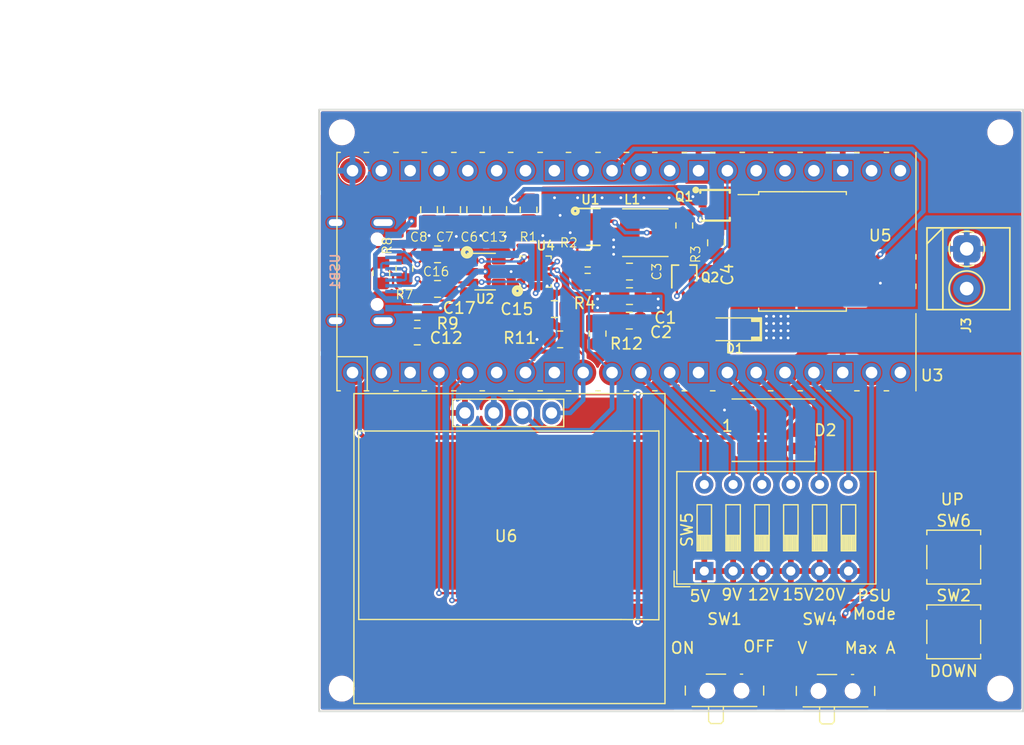
<source format=kicad_pcb>
(kicad_pcb (version 20221018) (generator pcbnew)
  (layers (0 "F.Cu" signal) (31 "B.Cu" signal) (34 "B.Paste" user) (35 "F.Paste" user) (36 "B.SilkS" user "B.Silkscreen") (37 "F.SilkS" user "F.Silkscreen") (38 "B.Mask" user) (39 "F.Mask" user) (44 "Edge.Cuts" user))
  (net 0 "")
  (net 1 "GND")
  (net 2 "/CC1")
  (net 3 "/CC2")
  (net 4 "/SHIELD")
  (net 5 "/D1_N")
  (net 6 "/D_N")
  (net 7 "+5V")
  (net 8 "VBUS")
  (net 9 "ENOUT")
  (net 10 "SDA")
  (net 11 "SCL")
  (net 13 "Net-(D2-DIN)")
  (net 14 "/SW1")
  (net 15 "/D1_P")
  (net 16 "Net-(Q1-G)")
  (net 17 "Net-(Q2-C)")
  (net 18 "Net-(U1-FB)")
  (net 19 "/D_P")
  (net 20 "/OUT")
  (net 21 "Net-(SW1A-B)")
  (net 22 "Net-(U3-GPIO3)")
  (net 23 "Net-(SW4A-B)")
  (net 24 "Net-(U3-GPIO2)")
  (net 25 "ENPSU")
  (net 26 "EN20V")
  (net 27 "EN15V")
  (net 28 "EN12V")
  (net 29 "EN9V")
  (net 30 "EN5V")
  (net 31 "INT_N")
  (net 33 "unconnected-(U3-GPIO1-Pad2)")
  (net 34 "Net-(U3-GPIO15)")
  (net 41 "ADC0")
  (net 49 "/HALL_IN")
  (footprint "-Passive:L_4012" (layer "F.Cu") (at 203.735 97.841 180)
    (fp_text reference "L1")
    (fp_text value "10uH")
  )
  (footprint "Capacitor_SMD:C_0805_2012Metric" (layer "F.Cu") (at 202.338 103.429)
    (fp_text reference "C1")
    (fp_text value "10uF")
  )
  (footprint "-Chip:WQFN-14-1EP_2.5x2.5mm_P0.5mm_EP1.45x1.45mm" (layer "F.Cu") (at 194.069 101.27)
    (fp_text reference "U4")
    (fp_text value "FUSB302BMPX")
  )
  (footprint "Capacitor_SMD:C_0805_2012Metric" (layer "F.Cu") (at 185.433 99.746 180)
    (fp_text reference "C16")
    (fp_text value "330pF")
  )
  (footprint "LED_SMD:LED_WS2812B_PLCC4_5.0x5.0mm_P3.2mm" (layer "F.Cu") (at 215.024 115.24)
    (fp_text reference "D2")
    (fp_text value "WS2812B")
  )
  (footprint "-Discrete:D_SOD-123" (layer "F.Cu") (at 211.609 106.35 180)
    (fp_text reference "D1")
    (fp_text value "SMF22A")
  )
  (footprint "Capacitor_SMD:C_0805_2012Metric" (layer "F.Cu") (at 184.685 95.809 90)
    (fp_text reference "C8")
    (fp_text value "1uF 50V")
  )
  (footprint "-Chip:SOT-23-6" (layer "F.Cu") (at 189.624 101.27 180)
    (fp_text reference "U2")
    (fp_text value "SRV05-4")
  )
  (footprint "Capacitor_SMD:C_0805_2012Metric" (layer "F.Cu") (at 185.433 102.794 180)
    (fp_text reference "C17")
    (fp_text value "330pF")
  )
  (footprint "Button_Switch_THT:SW_DIP_SPSTx06_Slide_9.78x17.42mm_W7.62mm_P2.54mm" (layer "F.Cu") (at 208.928 127.6435 90)
    (fp_text reference "SW5")
    (fp_text value "SW_DIP_x06")
  )
  (footprint "Capacitor_SMD:C_0805_2012Metric" (layer "F.Cu") (at 195.72 104.572)
    (fp_text reference "C15")
    (fp_text value "0.1uF")
  )
  (footprint "-Hole:D1_8_PAD" (layer "F.Cu") (at 235 138)
    (fp_text reference "H2" hide)
    (fp_text value "MountingHole")
  )
  (footprint "Capacitor_SMD:C_0805_2012Metric" (layer "F.Cu") (at 186.717 95.809 90)
    (fp_text reference "C7")
    (fp_text value "1uF 50V")
  )
  (footprint "Capacitor_SMD:C_0805_2012Metric" (layer "F.Cu") (at 190.781 95.809 90)
    (fp_text reference "C13")
    (fp_text value "0.1uF")
  )
  (footprint "-Discrete:SOT-323_SC-70" (layer "F.Cu") (at 207.164 101.397 90)
    (fp_text reference "Q2")
    (fp_text value "DTC143E")
  )
  (footprint "Resistor_SMD:R_0805_2012Metric" (layer "F.Cu") (at 180.48 101.397 -90)
    (fp_text reference "R8")
    (fp_text value "22R")
  )
  (footprint "-Hole:D1_8_PAD" (layer "F.Cu") (at 235 89)
    (fp_text reference "H1" hide)
    (fp_text value "MountingHole")
  )
  (footprint "Resistor_SMD:R_0805_2012Metric" (layer "F.Cu") (at 196.228 107.239)
    (fp_text reference "R11")
    (fp_text value "2k")
  )
  (footprint "Capacitor_SMD:C_0805_2012Metric" (layer "F.Cu") (at 188.749 95.809 90)
    (fp_text reference "C6")
    (fp_text value "1uF 50V")
  )
  (footprint "Capacitor_SMD:C_0805_2012Metric" (layer "F.Cu") (at 183.6455 106.985)
    (fp_text reference "C12")
    (fp_text value "10nF")
  )
  (footprint "-Chip:WSON-10-1EP_2x3mm_P0.5mm_EP0.84x2.4mm" (layer "F.Cu") (at 199.163 97.333)
    (fp_text reference "U1")
    (fp_text value "TPS62175DQC")
  )
  (footprint "Capacitor_SMD:C_0805_2012Metric" (layer "F.Cu") (at 209.958 98.73 -90)
    (fp_text reference "C4")
    (fp_text value "1uF 50V")
  )
  (footprint "Resistor_SMD:R_0805_2012Metric" (layer "F.Cu") (at 199.53 106.731 -90)
    (fp_text reference "R12")
    (fp_text value "2k")
  )
  (footprint "Capacitor_SMD:C_0805_2012Metric" (layer "F.Cu") (at 202.338 101.27)
    (fp_text reference "C3")
    (fp_text value "10uF")
  )
  (footprint "Resistor_SMD:R_0805_2012Metric" (layer "F.Cu") (at 182.512 101.016 -90)
    (fp_text reference "R7")
    (fp_text value "22R")
  )
  (footprint "Resistor_SMD:R_0805_2012Metric" (layer "F.Cu") (at 198.655 102.159)
    (fp_text reference "R4")
    (fp_text value "51k")
  )
  (footprint "Button_Switch_SMD:SW_SPDT_PCM12" (layer "F.Cu") (at 220.485 137.879)
    (fp_text reference "SW4")
    (fp_text value "SW_DPST_x2")
  )
  (footprint "Resistor_SMD:R_0805_2012Metric" (layer "F.Cu") (at 193.448 95.809 90)
    (fp_text reference "R1")
    (fp_text value "10k")
  )
  (footprint "Package_SO:SOIC-16W_7.5x10.3mm_P1.27mm" (layer "F.Cu") (at 217.578 99.492)
    (fp_text reference "U5")
    (fp_text value "ACS723xMATR-10AB")
  )
  (footprint "Resistor_SMD:R_0805_2012Metric" (layer "F.Cu") (at 183.6455 104.826)
    (fp_text reference "R9")
    (fp_text value "10k")
  )
  (footprint "Button_Switch_SMD:SW_SPST_TL3305B" (layer "F.Cu") (at 230.899 126.416)
    (fp_text reference "SW6")
    (fp_text value "SW_Push")
  )
  (footprint "-Hole:D1_8_PAD" (layer "F.Cu") (at 177 89)
    (fp_text reference "H3" hide)
    (fp_text value "MountingHole")
  )
  (footprint "-Hole:D1_8_PAD" (layer "F.Cu") (at 177 138)
    (fp_text reference "H4" hide)
    (fp_text value "MountingHole")
  )
  (footprint "Resistor_SMD:R_0805_2012Metric" (layer "F.Cu") (at 198.655 100.127 180)
    (fp_text reference "R2")
    (fp_text value "270k")
  )
  (footprint "Resistor_SMD:R_0805_2012Metric" (layer "F.Cu") (at 207.164 97.206 -90)
    (fp_text reference "R3")
    (fp_text value "1k")
  )
  (footprint "MCU_RaspberryPi_and_Boards:RPi_Pico_SMD_TH" (layer "F.Cu") (at 202.07 101.27 90)
    (fp_text reference "U3")
    (fp_text value "Pico")
  )
  (footprint "Button_Switch_SMD:SW_SPDT_PCM12" (layer "F.Cu") (at 210.706 137.846)
    (fp_text reference "SW1")
    (fp_text value "SW_DPST_x2")
  )
  (footprint "Capacitor_SMD:C_0805_2012Metric" (layer "F.Cu") (at 202.324 105.588)
    (fp_text reference "C2")
    (fp_text value "10uF")
  )
  (footprint "Button_Switch_SMD:SW_SPST_TL3305B" (layer "F.Cu") (at 230.899 133)
    (fp_text reference "SW2")
    (fp_text value "SW_Push")
  )
  (footprint "-Chip:DFN-2523-6" (layer "F.Cu") (at 209.875 95.428)
    (fp_text reference "Q1")
    (fp_text value "DMP3017SFK" hide)
  )
  (footprint "SSD1306:128x64OLED" (layer "F.Cu") (at 191.466 124.316)
    (fp_text reference "U6")
    (fp_text value "oledSym")
  )
  (footprint "-Connector:TerminalBlock_3.5mm_2P" (layer "F.Cu") (at 232.042 101.016 -90)
    (fp_text reference "J3")
    (fp_text value "Conn_01x02")
  )
  (footprint "-Connector:HRO-TYPE-C-31-M-12" (layer "B.Cu") (at 173.855 101.27 90)
    (fp_text reference "USB1")
    (fp_text value "HRO-TYPE-C-31-M-12")
  )
  (gr_poly (pts (xy 237 140) (xy 175 140) (xy 175 110) (xy 175 109.504) (xy 175 94.264) (xy 175 93.264) (xy 175 87) (xy 237 87)) (stroke (width 0.15)) (fill none) (layer "Edge.Cuts"))
  (gr_text "15V" (at 217.183 129.718) (layer "F.SilkS") (effects (font (size 1 1))))
  (gr_text "UP" (at 230.772 121.336) (layer "F.SilkS") (effects (font (size 1 1))))
  (gr_text "PSU\nMode" (at 223.914 130.607) (layer "F.SilkS") (effects (font (size 1 1))))
  (gr_text "12V" (at 214.135 129.718) (layer "F.SilkS") (effects (font (size 1 1))))
  (gr_text "9V" (at 211.341 129.718) (layer "F.SilkS") (effects (font (size 1 1))))
  (gr_text "5V" (at 208.547 129.845) (layer "F.SilkS") (effects (font (size 1 1))))
  (gr_text "20V" (at 219.977 129.718) (layer "F.SilkS") (effects (font (size 1 1))))
  (gr_text "DOWN" (at 230.899 136.449) (layer "F.SilkS") (effects (font (size 1 1))))
  (gr_text "OFF" (at 213.754 134.29) (layer "F.SilkS") (effects (font (size 1 1))))
  (gr_text "V" (at 217.564 134.417) (layer "F.SilkS") (effects (font (size 1 1))))
  (gr_text "Max A" (at 223.533 134.417) (layer "F.SilkS") (effects (font (size 1 1))))
  (gr_text "ON" (at 207.023 134.417) (layer "F.SilkS") (effects (font (size 1 1))))
  (segment (start 198.487022 96.333) (end 198.213 96.333) (width 0.2) (layer "F.Cu") (net 1))
  (segment (start 199.163 97.333) (end 198.663 97.833) (width 0.2) (layer "F.Cu") (net 1))
  (segment (start 199.663 98.333) (end 199.163 97.833) (width 0.2) (layer "F.Cu") (net 1))
  (segment (start 199.163 97.333) (end 199.163 97.008978) (width 0.2) (layer "F.Cu") (net 1))
  (segment (start 198.663 97.833) (end 198.213 97.833) (width 0.2) (layer "F.Cu") (net 1))
  (segment (start 196.609 99.746) (end 196.609 99.263415) (width 0.2) (layer "F.Cu") (net 1))
  (segment (start 198.039415 97.833) (end 198.063 97.833) (width 0.2) (layer "F.Cu") (net 1))
  (segment (start 199.163 97.008978) (end 198.487022 96.333) (width 0.2) (layer "F.Cu") (net 1))
  (segment (start 196.609 99.263415) (end 198.039415 97.833) (width 0.2) (layer "F.Cu") (net 1))
  (segment (start 199.163 97.833) (end 199.163 97.333) (width 0.2) (layer "F.Cu") (net 1))
  (segment (start 200.113 98.333) (end 199.663 98.333) (width 0.2) (layer "F.Cu") (net 1))
  (via (at 204.864 104.445) (size 0.5) (drill 0.25) (layers "F.Cu" "B.Cu") (net 1))
  (via (at 204.864 103.683) (size 0.5) (drill 0.25) (layers "F.Cu" "B.Cu") (net 1))
  (via (at 199.53 103.683) (size 0.5) (drill 0.25) (layers "F.Cu" "B.Cu") (net 1))
  (via (at 199.53 104.445) (size 0.5) (drill 0.25) (layers "F.Cu" "B.Cu") (net 1))
  (via (at 183.147 96.825) (size 0.5) (drill 0.25) (layers "F.Cu" "B.Cu") (net 1))
  (via (at 185.687 104.495) (size 0.5) (drill 0.25) (layers "F.Cu" "B.Cu") (net 1))
  (via (at 189.624 101.27) (size 0.5) (drill 0.25) (layers "F.Cu" "B.Cu") (net 1))
  (via (at 187.338 102.794) (size 0.5) (drill 0.25) (layers "F.Cu" "B.Cu") (net 1))
  (segment (start 185.687 104.495) (end 185.687 104.445) (width 0.5) (layer "B.Cu") (net 1))
  (segment (start 188.862 101.27) (end 189.624 101.27) (width 0.5) (layer "B.Cu") (net 1))
  (segment (start 181.55 98.045) (end 181.927 98.045) (width 0.5) (layer "B.Cu") (net 1))
  (segment (start 181.927 98.045) (end 183.147 96.825) (width 0.5) (layer "B.Cu") (net 1))
  (segment (start 185.687 104.495) (end 181.55 104.495) (width 0.5) (layer "B.Cu") (net 1))
  (segment (start 187.338 102.794) (end 188.862 101.27) (width 0.5) (layer "B.Cu") (net 1))
  (segment (start 185.687 104.445) (end 187.338 102.794) (width 0.5) (layer "B.Cu") (net 1))
  (segment (start 186.860817 101.769) (end 187.311817 102.22) (width 0.2) (layer "F.Cu") (net 2))
  (segment (start 193.053 102.54) (end 193.053 102.219) (width 0.2) (layer "F.Cu") (net 2))
  (segment (start 193.053 102.54) (end 193.514 102.54) (width 0.2) (layer "F.Cu") (net 2))
  (segment (start 184.483 102.7265) (end 184.483 102.794) (width 0.2) (layer "F.Cu") (net 2))
  (segment (start 184.483 102.474) (end 185.188 101.769) (width 0.2) (layer "F.Cu") (net 2))
  (segment (start 193.514 102.54) (end 193.569 102.485) (width 0.2) (layer "F.Cu") (net 2))
  (segment (start 193.053 102.219) (end 192.854 102.02) (width 0.2) (layer "F.Cu") (net 2))
  (segment (start 185.188 101.769) (end 186.860817 101.769) (width 0.2) (layer "F.Cu") (net 2))
  (segment (start 187.311817 102.22) (end 188.424 102.22) (width 0.2) (layer "F.Cu") (net 2))
  (segment (start 189.309 102.1955) (end 189.2845 102.22) (width 0.2) (layer "F.Cu") (net 2))
  (segment (start 189.2845 102.22) (end 188.424 102.22) (width 0.2) (layer "F.Cu") (net 2))
  (segment (start 184.483 102.794) (end 184.483 102.474) (width 0.2) (layer "F.Cu") (net 2))
  (segment (start 183.6615 101.905) (end 184.483 102.7265) (width 0.2) (layer "F.Cu") (net 2))
  (via (at 193.053 102.54) (size 0.5) (drill 0.25) (layers "F.Cu" "B.Cu") (net 2))
  (via (at 183.6615 101.905) (size 0.5) (drill 0.25) (layers "F.Cu" "B.Cu") (net 2))
  (via (at 189.309 102.1955) (size 0.5) (drill 0.25) (layers "F.Cu" "B.Cu") (net 2))
  (segment (start 183.6615 101.905) (end 183.6615 102.2795) (width 0.2) (layer "B.Cu") (net 2))
  (segment (start 192.672 102.159) (end 193.053 102.54) (width 0.2) (layer "B.Cu") (net 2))
  (segment (start 189.3455 102.159) (end 192.672 102.159) (width 0.2) (layer "B.Cu") (net 2))
  (segment (start 189.309 102.1955) (end 189.3455 102.159) (width 0.2) (layer "B.Cu") (net 2))
  (segment (start 183.6615 102.2795) (end 183.421 102.52) (width 0.2) (layer "B.Cu") (net 2))
  (segment (start 183.421 102.52) (end 181.55 102.52) (width 0.2) (layer "B.Cu") (net 2))
  (segment (start 193.053 100.321) (end 192.854 100.52) (width 0.2) (layer "F.Cu") (net 3))
  (segment (start 184.483 99.807) (end 183.655 100.635) (width 0.2) (layer "F.Cu") (net 3))
  (segment (start 193.053 100) (end 193.053 100.321) (width 0.2) (layer "F.Cu") (net 3))
  (segment (start 188.424 100.32) (end 187.311817 100.32) (width 0.2) (layer "F.Cu") (net 3))
  (segment (start 185.188 100.771) (end 184.483 100.066) (width 0.2) (layer "F.Cu") (net 3))
  (segment (start 193.514 100) (end 193.569 100.055) (width 0.2) (layer "F.Cu") (net 3))
  (segment (start 184.483 100.066) (end 184.483 99.746) (width 0.2) (layer "F.Cu") (net 3))
  (segment (start 187.311817 100.32) (end 186.860817 100.771) (width 0.2) (layer "F.Cu") (net 3))
  (segment (start 193.053 100) (end 193.514 100) (width 0.2) (layer "F.Cu") (net 3))
  (segment (start 189.309 100.32) (end 188.424 100.32) (width 0.2) (layer "F.Cu") (net 3))
  (segment (start 186.860817 100.771) (end 185.188 100.771) (width 0.2) (layer "F.Cu") (net 3))
  (segment (start 184.483 99.746) (end 184.483 99.807) (width 0.2) (layer "F.Cu") (net 3))
  (via (at 183.655 100.635) (size 0.5) (drill 0.25) (layers "F.Cu" "B.Cu") (net 3))
  (via (at 193.053 100) (size 0.5) (drill 0.25) (layers "F.Cu" "B.Cu") (net 3))
  (via (at 189.309 100.32) (size 0.5) (drill 0.25) (layers "F.Cu" "B.Cu") (net 3))
  (segment (start 189.37 100.381) (end 192.672 100.381) (width 0.2) (layer "B.Cu") (net 3))
  (segment (start 189.309 100.32) (end 189.37 100.381) (width 0.2) (layer "B.Cu") (net 3))
  (segment (start 183.655 100.635) (end 182.54 99.52) (width 0.2) (layer "B.Cu") (net 3))
  (segment (start 192.672 100.381) (end 193.053 100) (width 0.2) (layer "B.Cu") (net 3))
  (segment (start 182.54 99.52) (end 181.55 99.52) (width 0.2) (layer "B.Cu") (net 3))
  (segment (start 190.013276 98.839724) (end 190.013276 98.839725) (width 0.2) (layer "F.Cu") (net 5))
  (segment (start 182.622683 100.1035) (end 182.512 100.1035) (width 0.2) (layer "F.Cu") (net 5))
  (segment (start 177.99 100.254) (end 178.067 100.254) (width 0.2) (layer "F.Cu") (net 5))
  (segment (start 192.164 99.238) (end 191.647 98.721) (width 0.2) (layer "F.Cu") (net 5))
  (segment (start 189.294552 98.721) (end 188.932 98.721) (width 0.2) (layer "F.Cu") (net 5))
  (segment (start 191.844 100.32) (end 192.164 100) (width 0.2) (layer "F.Cu") (net 5))
  (segment (start 179.21 99.111) (end 182.258 99.111) (width 0.2) (layer "F.Cu") (net 5))
  (segment (start 192.164 100) (end 192.164 99.238) (width 0.2) (layer "F.Cu") (net 5))
  (segment (start 184.005183 98.721) (end 182.622683 100.1035) (width 0.2) (layer "F.Cu") (net 5))
  (segment (start 178.067 100.254) (end 179.21 99.111) (width 0.2) (layer "F.Cu") (net 5))
  (segment (start 182.512 99.365) (end 182.512 100.1035) (width 0.2) (layer "F.Cu") (net 5))
  (segment (start 188.932 98.721) (end 184.005183 98.721) (width 0.2) (layer "F.Cu") (net 5))
  (segment (start 182.258 99.111) (end 182.512 99.365) (width 0.2) (layer "F.Cu") (net 5))
  (segment (start 190.824 100.32) (end 191.844 100.32) (width 0.2) (layer "F.Cu") (net 5))
  (segment (start 189.894552 98.958449) (end 189.532 98.958449) (width 0.2) (layer "F.Cu") (net 5))
  (segment (start 191.647 98.721) (end 190.132 98.721) (width 0.2) (layer "F.Cu") (net 5))
  (segment (start 189.413276 98.839725) (end 189.413276 98.839724) (width 0.2) (layer "F.Cu") (net 5))
  (arc (start 189.532 98.958449) (mid 189.448049 98.923676) (end 189.413276 98.839725) (width 0.2) (layer "F.Cu") (net 5))
  (arc (start 189.413276 98.839724) (mid 189.378503 98.755773) (end 189.294552 98.721) (width 0.2) (layer "F.Cu") (net 5))
  (arc (start 190.132 98.721) (mid 190.048049 98.755773) (end 190.013276 98.839724) (width 0.2) (layer "F.Cu") (net 5))
  (arc (start 190.013276 98.839725) (mid 189.978503 98.923676) (end 189.894552 98.958449) (width 0.2) (layer "F.Cu") (net 5))
  (segment (start 182.512 101.9285) (end 182.512 101.0695) (width 0.2) (layer "F.Cu") (net 6))
  (segment (start 182.512 101.0695) (end 182.516 101.0655) (width 0.2) (layer "F.Cu") (net 6))
  (via (at 182.516 101.0655) (size 0.5) (drill 0.25) (layers "F.Cu" "B.Cu") (net 6))
  (segment (start 182.524 102.02) (end 181.55 102.02) (width 0.2) (layer "B.Cu") (net 6))
  (segment (start 182.639 101.143) (end 182.639 101.651) (width 0.2) (layer "B.Cu") (net 6))
  (segment (start 182.639 101.905) (end 182.524 102.02) (width 0.2) (layer "B.Cu") (net 6))
  (segment (start 182.639 101.651) (end 182.639 101.905) (width 0.2) (layer "B.Cu") (net 6))
  (segment (start 182.516 101.02) (end 182.639 101.143) (width 0.2) (layer "B.Cu") (net 6))
  (segment (start 181.55 101.02) (end 182.516 101.02) (width 0.2) (layer "B.Cu") (net 6))
  (segment (start 194.77 104.572) (end 195.151 104.191) (width 0.4) (layer "F.Cu") (net 7))
  (segment (start 224.055 102.667) (end 224.436 102.286) (width 0.3) (layer "F.Cu") (net 7))
  (segment (start 195.085 102.54) (end 195.085 102.219) (width 0.2) (layer "F.Cu") (net 7))
  (segment (start 191.91 101.27) (end 192.16 101.02) (width 0.2) (layer "F.Cu") (net 7))
  (segment (start 194.196 107.239) (end 195.0615 107.239) (width 0.4) (layer "F.Cu") (net 7))
  (segment (start 210.834 113.59) (end 210.706 113.462) (width 0.25) (layer "F.Cu") (net 7))
  (segment (start 194.624 102.54) (end 194.569 102.485) (width 0.2) (layer "F.Cu") (net 7))
  (segment (start 195.151 104.191) (end 195.151 102.606) (width 0.4) (layer "F.Cu") (net 7))
  (segment (start 192.16 101.52) (end 191.91 101.27) (width 0.2) (layer "F.Cu") (net 7))
  (segment (start 192.16 101.02) (end 192.854 101.02) (width 0.2) (layer "F.Cu") (net 7))
  (segment (start 195.085 102.54) (end 194.624 102.54) (width 0.2) (layer "F.Cu") (net 7))
  (segment (start 195.085 102.219) (end 195.284 102.02) (width 0.2) (layer "F.Cu") (net 7))
  (segment (start 190.824 101.27) (end 191.91 101.27) (width 0.2) (layer "F.Cu") (net 7))
  (segment (start 222.228 102.667) (end 224.055 102.667) (width 0.3) (layer "F.Cu") (net 7))
  (segment (start 195.0615 107.239) (end 195.3155 107.493) (width 0.4) (layer "F.Cu") (net 7))
  (segment (start 192.854 101.52) (end 192.16 101.52) (width 0.2) (layer "F.Cu") (net 7))
  (segment (start 212.574 113.59) (end 210.834 113.59) (width 0.25) (layer "F.Cu") (net 7))
  (segment (start 195.151 102.606) (end 195.085 102.54) (width 0.2) (layer "F.Cu") (net 7))
  (via (at 195.085 102.54) (size 0.5) (drill 0.25) (layers "F.Cu" "B.Cu") (net 7))
  (via (at 200.941 99.746) (size 0.5) (drill 0.25) (layers "F.Cu" "B.Cu") (net 7))
  (via (at 224.436 102.286) (size 0.5) (drill 0.25) (layers "F.Cu" "B.Cu") (net 7))
  (via (at 191.91 101.27) (size 0.5) (drill 0.25) (layers "F.Cu" "B.Cu") (net 7))
  (via (at 200.941 98.476) (size 0.5) (drill 0.25) (layers "F.Cu" "B.Cu") (net 7))
  (via (at 194.196 107.239) (size 0.5) (drill 0.25) (layers "F.Cu" "B.Cu") (net 7))
  (via (at 200.941 99.111) (size 0.5) (drill 0.25) (layers "F.Cu" "B.Cu") (net 7))
  (via (at 210.706 113.462) (size 0.5) (drill 0.25) (layers "F.Cu" "B.Cu") (net 7))
  (segment (start 194.069 102.485) (end 194.069 103.175) (width 0.3) (layer "F.Cu") (net 8))
  (via (at 197.117 97.841) (size 0.5) (drill 0.25) (layers "F.Cu" "B.Cu") (net 8))
  (via (at 195.734 94.7655) (size 0.5) (drill 0.25) (layers "F.Cu" "B.Cu") (net 8))
  (via (at 187.084 98.1715) (size 0.5) (drill 0.25) (layers "F.Cu" "B.Cu") (net 8))
  (via (at 201.576 94.7655) (size 0.5) (drill 0.25) (layers "F.Cu" "B.Cu") (net 8))
  (via (at 184.685 98.095) (size 0.5) (drill 0.25) (layers "F.Cu" "B.Cu") (net 8))
  (via (at 205.823642 94.7655) (size 0.5) (drill 0.25) (layers "F.Cu" "B.Cu") (net 8))
  (via (at 199.925 94.7655) (size 0.5) (drill 0.25) (layers "F.Cu" "B.Cu") (net 8))
  (via (at 207.926 94.666) (size 0.5) (drill 0.25) (layers "F.Cu" "B.Cu") (net 8))
  (via (at 197.766 94.7655) (size 0.5) (drill 0.25) (layers "F.Cu" "B.Cu") (net 8))
  (via (at 194.069 103.175) (size 0.5) (drill 0.25) (layers "F.Cu" "B.Cu") (net 8))
  (via (at 191.402 98.1715) (size 0.5) (drill 0.25) (layers "F.Cu" "B.Cu") (net 8))
  (via (at 189.243 98.095) (size 0.5) (drill 0.25) (layers "F.Cu" "B.Cu") (net 8))
  (via (at 196.228 96.317) (size 0.5) (drill 0.25) (layers "F.Cu" "B.Cu") (net 8))
  (via (at 203.608 94.7655) (size 0.5) (drill 0.25) (layers "F.Cu" "B.Cu") (net 8))
  (via (at 194.704 98.095) (size 0.5) (drill 0.25) (layers "F.Cu" "B.Cu") (net 8))
  (segment (start 194.069 103.175) (end 194.323 102.921) (width 0.3) (layer "B.Cu") (net 8))
  (segment (start 180.898 98.82) (end 181.55 98.82) (width 0.4) (layer "B.Cu") (net 8))
  (segment (start 194.323 98.476) (end 194.704 98.095) (width 0.3) (layer "B.Cu") (net 8))
  (segment (start 179.953 102.775) (end 179.953 99.765) (width 0.4) (layer "B.Cu") (net 8))
  (segment (start 180.898 103.72) (end 179.953 102.775) (width 0.4) (layer "B.Cu") (net 8))
  (segment (start 179.953 99.765) (end 180.898 98.82) (width 0.4) (layer "B.Cu") (net 8))
  (segment (start 194.323 102.921) (end 194.323 98.476) (width 0.3) (layer "B.Cu") (net 8))
  (segment (start 181.55 103.72) (end 180.898 103.72) (width 0.4) (layer "B.Cu") (net 8))
  (segment (start 206.515 103.429) (end 206.515 102.398) (width 0.2) (layer "F.Cu") (net 9))
  (segment (start 206.515 102.398) (end 206.514 102.397) (width 0.2) (layer "F.Cu") (net 9))
  (via (at 206.515 103.429) (size 0.5) (drill 0.25) (layers "F.Cu" "B.Cu") (net 9))
  (segment (start 210.96 98.984) (end 206.515 103.429) (width 0.2) (layer "B.Cu") (net 9))
  (segment (start 210.96 92.38) (end 210.96 98.984) (width 0.2) (layer "B.Cu") (net 9))
  (segment (start 195.284 100.52) (end 195.835 100.52) (width 0.2) (layer "F.Cu") (net 10))
  (segment (start 195.835 100.52) (end 195.974 100.381) (width 0.2) (layer "F.Cu") (net 10))
  (segment (start 198.26 108.6125) (end 197.1405 107.493) (width 0.2) (layer "F.Cu") (net 10))
  (segment (start 198.26 110.16) (end 198.26 108.6125) (width 0.2) (layer "F.Cu") (net 10))
  (via (at 195.974 100.381) (size 0.5) (drill 0.25) (layers "F.Cu" "B.Cu") (net 10))
  (segment (start 195.974 100.381) (end 195.958182 100.381) (width 0.2) (layer "B.Cu") (net 10))
  (segment (start 195.424 100.915182) (end 195.424 101.370818) (width 0.2) (layer "B.Cu") (net 10))
  (segment (start 198.26 112.573) (end 198.26 110.16) (width 0.4) (layer "B.Cu") (net 10))
  (segment (start 195.958182 100.381) (end 195.424 100.915182) (width 0.2) (layer "B.Cu") (net 10))
  (segment (start 195.746182 101.693) (end 195.958314 101.693) (width 0.2) (layer "B.Cu") (net 10))
  (segment (start 195.466 113.716) (end 197.117 113.716) (width 0.4) (layer "B.Cu") (net 10))
  (segment (start 195.424 101.370818) (end 195.746182 101.693) (width 0.2) (layer "B.Cu") (net 10))
  (segment (start 195.958314 101.693) (end 198.26 103.994686) (width 0.2) (layer "B.Cu") (net 10))
  (segment (start 198.26 103.994686) (end 198.26 110.16) (width 0.2) (layer "B.Cu") (net 10))
  (segment (start 197.117 113.716) (end 198.26 112.573) (width 0.4) (layer "B.Cu") (net 10))
  (segment (start 195.851 101.02) (end 195.974 101.143) (width 0.2) (layer "F.Cu") (net 11))
  (segment (start 200.8 108.9135) (end 199.53 107.6435) (width 0.2) (layer "F.Cu") (net 11))
  (segment (start 195.284 101.02) (end 195.851 101.02) (width 0.2) (layer "F.Cu") (net 11))
  (segment (start 200.8 110.16) (end 200.8 108.9135) (width 0.2) (layer "F.Cu") (net 11))
  (via (at 195.974 101.143) (size 0.5) (drill 0.25) (layers "F.Cu" "B.Cu") (net 11))
  (segment (start 198.895 115.24) (end 200.8 113.335) (width 0.4) (layer "B.Cu") (net 11))
  (segment (start 198.768 108.128) (end 200.8 110.16) (width 0.2) (layer "B.Cu") (net 11))
  (segment (start 195.974 101.143) (end 198.768 103.937) (width 0.2) (layer "B.Cu") (net 11))
  (segment (start 200.8 113.335) (end 200.8 110.16) (width 0.4) (layer "B.Cu") (net 11))
  (segment (start 192.926 113.716) (end 194.45 115.24) (width 0.4) (layer "B.Cu") (net 11))
  (segment (start 198.768 103.937) (end 198.768 108.128) (width 0.2) (layer "B.Cu") (net 11))
  (segment (start 194.45 115.24) (end 198.895 115.24) (width 0.4) (layer "B.Cu") (net 11))
  (segment (start 217.474 113.372) (end 214.971 115.875) (width 0.4) (layer "F.Cu") (net 13))
  (segment (start 214.971 115.875) (end 178.956 115.875) (width 0.4) (layer "F.Cu") (net 13))
  (segment (start 217.474 113.59) (end 217.474 113.372) (width 0.4) (layer "F.Cu") (net 13))
  (segment (start 178.956 115.875) (end 178.575 115.494) (width 0.4) (layer "F.Cu") (net 13))
  (via (at 178.575 115.494) (size 0.5) (drill 0.25) (layers "F.Cu" "B.Cu") (net 13))
  (segment (start 178.575 115.494) (end 178.575 110.795) (width 0.4) (layer "B.Cu") (net 13))
  (segment (start 178.575 110.795) (end 177.94 110.16) (width 0.4) (layer "B.Cu") (net 13))
  (segment (start 205.235 97.841) (end 203.862 97.841) (width 0.3) (layer "F.Cu") (net 14))
  (segment (start 200.949 96.833) (end 200.263 96.833) (width 0.3) (layer "F.Cu") (net 14))
  (segment (start 201.068 96.952) (end 200.949 96.833) (width 0.3) (layer "F.Cu") (net 14))
  (via (at 203.862 97.841) (size 0.5) (drill 0.25) (layers "F.Cu" "B.Cu") (net 14))
  (via (at 201.068 96.952) (size 0.5) (drill 0.25) (layers "F.Cu" "B.Cu") (net 14))
  (segment (start 201.068 96.952) (end 201.957 97.841) (width 0.3) (layer "B.Cu") (net 14))
  (segment (start 201.957 97.841) (end 203.862 97.841) (width 0.3) (layer "B.Cu") (net 14))
  (segment (start 181.512 101.5165) (end 181.512 102.418817) (width 0.2) (layer "F.Cu") (net 15))
  (segment (start 187.583 103.819) (end 188.657 102.745) (width 0.2) (layer "F.Cu") (net 15))
  (segment (start 178.194 103.556) (end 177.99 103.352) (width 0.2) (layer "F.Cu") (net 15))
  (segment (start 190.299 102.745) (end 190.824 102.22) (width 0.2) (layer "F.Cu") (net 15))
  (segment (start 188.657 102.745) (end 190.299 102.745) (width 0.2) (layer "F.Cu") (net 15))
  (segment (start 179.48 101.254) (end 179.48 103.032) (width 0.2) (layer "F.Cu") (net 15))
  (segment (start 182.912183 103.819) (end 187.583 103.819) (width 0.2) (layer "F.Cu") (net 15))
  (segment (start 178.956 103.556) (end 178.194 103.556) (width 0.2) (layer "F.Cu") (net 15))
  (segment (start 180.48 100.4845) (end 181.512 101.5165) (width 0.2) (layer "F.Cu") (net 15))
  (segment (start 181.512 102.418817) (end 182.912183 103.819) (width 0.2) (layer "F.Cu") (net 15))
  (segment (start 177.99 103.352) (end 177.99 102.286) (width 0.2) (layer "F.Cu") (net 15))
  (segment (start 179.48 103.032) (end 178.956 103.556) (width 0.2) (layer "F.Cu") (net 15))
  (segment (start 180.2495 100.4845) (end 179.48 101.254) (width 0.2) (layer "F.Cu") (net 15))
  (segment (start 180.48 100.4845) (end 180.2495 100.4845) (width 0.2) (layer "F.Cu") (net 15))
  (segment (start 207.339989 96.117511) (end 207.164 96.2935) (width 0.4) (layer "F.Cu") (net 16))
  (segment (start 208.561 96.117511) (end 207.339989 96.117511) (width 0.4) (layer "F.Cu") (net 16))
  (segment (start 208.561 96.698) (end 208.561 96.117511) (width 0.4) (layer "F.Cu") (net 16))
  (segment (start 193.448 94.8965) (end 192.2015 94.8965) (width 0.4) (layer "F.Cu") (net 16))
  (segment (start 192.2015 94.8965) (end 192.178 94.92) (width 0.4) (layer "F.Cu") (net 16))
  (via (at 208.561 96.698) (size 0.5) (drill 0.25) (layers "F.Cu" "B.Cu") (net 16))
  (via (at 192.178 94.92) (size 0.5) (drill 0.25) (layers "F.Cu" "B.Cu") (net 16))
  (segment (start 192.178 94.92) (end 193.068 94.03) (width 0.4) (layer "B.Cu") (net 16))
  (segment (start 193.068 94.016) (end 206.134 94.016) (width 0.4) (layer "B.Cu") (net 16))
  (segment (start 206.163239 94.016) (end 208.561 96.413761) (width 0.4) (layer "B.Cu") (net 16))
  (segment (start 208.561 96.413761) (end 208.561 96.698) (width 0.4) (layer "B.Cu") (net 16))
  (segment (start 193.068 94.03) (end 193.068 94.016) (width 0.4) (layer "B.Cu") (net 16))
  (segment (start 207.164 100.397) (end 207.164 98.1185) (width 0.5) (layer "F.Cu") (net 17))
  (segment (start 197.7425 102.032) (end 197.7425 100.127) (width 0.2) (layer "F.Cu") (net 18))
  (segment (start 197.7425 98.8035) (end 198.213 98.333) (width 0.2) (layer "F.Cu") (net 18))
  (segment (start 197.7425 100.127) (end 197.7425 98.8035) (width 0.2) (layer "F.Cu") (net 18))
  (segment (start 197.7425 100.127) (end 198.0945 99.775) (width 0.2) (layer "F.Cu") (net 18))
  (segment (start 180.48 101.643) (end 180.603 101.52) (width 0.2) (layer "F.Cu") (net 19))
  (segment (start 180.48 102.3095) (end 180.48 101.643) (width 0.2) (layer "F.Cu") (net 19))
  (via (at 180.603 101.52) (size 0.5) (drill 0.25) (layers "F.Cu" "B.Cu") (net 19))
  (segment (start 180.603 101.52) (end 180.48 101.397) (width 0.2) (layer "B.Cu") (net 19))
  (segment (start 180.595 100.52) (end 181.55 100.52) (width 0.2) (layer "B.Cu") (net 19))
  (segment (start 180.48 101.397) (end 180.48 101.143) (width 0.2) (layer "B.Cu") (net 19))
  (segment (start 181.55 101.52) (end 180.603 101.52) (width 0.2) (layer "B.Cu") (net 19))
  (segment (start 180.48 100.635) (end 180.595 100.52) (width 0.2) (layer "B.Cu") (net 19))
  (segment (start 180.48 101.143) (end 180.48 100.635) (width 0.2) (layer "B.Cu") (net 19))
  (via (at 216.308 107.112) (size 0.5) (drill 0.25) (layers "F.Cu" "B.Cu") (net 20))
  (via (at 215.038 105.842) (size 0.5) (drill 0.25) (layers "F.Cu" "B.Cu") (net 20))
  (via (at 215.673 105.207) (size 0.5) (drill 0.25) (layers "F.Cu" "B.Cu") (net 20))
  (via (at 216.308 105.842) (size 0.5) (drill 0.25) (layers "F.Cu" "B.Cu") (net 20))
  (via (at 215.038 106.477) (size 0.5) (drill 0.25) (layers "F.Cu" "B.Cu") (net 20))
  (via (at 215.673 107.112) (size 0.5) (drill 0.25) (layers "F.Cu" "B.Cu") (net 20))
  (via (at 214.403 105.207) (size 0.5) (drill 0.25) (layers "F.Cu" "B.Cu") (net 20))
  (via (at 214.403 106.477) (size 0.5) (drill 0.25) (layers "F.Cu" "B.Cu") (net 20))
  (via (at 215.038 105.207) (size 0.5) (drill 0.25) (layers "F.Cu" "B.Cu") (net 20))
  (via (at 216.308 105.207) (size 0.5) (drill 0.25) (layers "F.Cu" "B.Cu") (net 20))
  (via (at 215.673 106.477) (size 0.5) (drill 0.25) (layers "F.Cu" "B.Cu") (net 20))
  (via (at 216.308 106.477) (size 0.5) (drill 0.25) (layers "F.Cu" "B.Cu") (net 20))
  (via (at 214.403 107.112) (size 0.5) (drill 0.25) (layers "F.Cu" "B.Cu") (net 20))
  (via (at 214.403 105.842) (size 0.5) (drill 0.25) (layers "F.Cu" "B.Cu") (net 20))
  (via (at 215.038 107.112) (size 0.5) (drill 0.25) (layers "F.Cu" "B.Cu") (net 20))
  (via (at 215.673 105.842) (size 0.5) (drill 0.25) (layers "F.Cu" "B.Cu") (net 20))
  (segment (start 203.213 132.004) (end 210.325 132.004) (width 0.4) (layer "F.Cu") (net 21))
  (segment (start 203.086 132.131) (end 203.213 132.004) (width 0.4) (layer "F.Cu") (net 21))
  (segment (start 210.325 132.004) (end 211.456 133.135) (width 0.4) (layer "F.Cu") (net 21))
  (segment (start 203.086 112.065) (end 192.545 112.065) (width 0.2) (layer "F.Cu") (net 21))
  (segment (start 211.456 133.135) (end 211.456 136.703) (width 0.4) (layer "F.Cu") (net 21))
  (segment (start 192.545 112.065) (end 190.64 110.16) (width 0.2) (layer "F.Cu") (net 21))
  (via (at 203.086 132.131) (size 0.5) (drill 0.25) (layers "F.Cu" "B.Cu") (net 21))
  (via (at 203.086 112.065) (size 0.5) (drill 0.25) (layers "F.Cu" "B.Cu") (net 21))
  (segment (start 203.086 132.131) (end 203.086 112.065) (width 0.4) (layer "B.Cu") (net 21))
  (segment (start 227.299 134.5) (end 234.499 134.5) (width 0.2) (layer "F.Cu") (net 22))
  (segment (start 227.299 134.5) (end 223.025 130.226) (width 0.2) (layer "F.Cu") (net 22))
  (segment (start 223.025 130.226) (end 186.703 130.226) (width 0.2) (layer "F.Cu") (net 22))
  (via (at 186.703 130.226) (size 0.5) (drill 0.25) (layers "F.Cu" "B.Cu") (net 22))
  (segment (start 186.74648 111.51352) (end 188.1 110.16) (width 0.2) (layer "B.Cu") (net 22))
  (segment (start 186.74648 114.371436) (end 186.74648 111.51352) (width 0.2) (layer "B.Cu") (net 22))
  (segment (start 186.74648 114.371436) (end 186.74648 130.18252) (width 0.2) (layer "B.Cu") (net 22))
  (segment (start 186.74648 130.18252) (end 186.703 130.226) (width 0.2) (layer "B.Cu") (net 22))
  (segment (start 221.247 136.437) (end 221.235 136.449) (width 0.4) (layer "F.Cu") (net 23))
  (segment (start 221.374 131.369) (end 221.247 131.496) (width 0.4) (layer "F.Cu") (net 23))
  (segment (start 221.247 131.496) (end 221.247 136.437) (width 0.4) (layer "F.Cu") (net 23))
  (via (at 221.374 131.369) (size 0.5) (drill 0.25) (layers "F.Cu" "B.Cu") (net 23))
  (segment (start 221.374 131.369) (end 221.374 131.242) (width 0.4) (layer "B.Cu") (net 23))
  (segment (start 221.374 131.242) (end 223.66 128.956) (width 0.4) (layer "B.Cu") (net 23))
  (segment (start 223.66 128.956) (end 223.66 110.16) (width 0.4) (layer "B.Cu") (net 23))
  (segment (start 185.56 129.591) (end 225.531 129.591) (width 0.2) (layer "F.Cu") (net 24))
  (segment (start 227.206 127.916) (end 234.626 127.916) (width 0.2) (layer "F.Cu") (net 24))
  (segment (start 225.531 129.591) (end 227.206 127.916) (width 0.2) (layer "F.Cu") (net 24))
  (via (at 185.56 129.591) (size 0.5) (drill 0.25) (layers "F.Cu" "B.Cu") (net 24))
  (segment (start 185.56 129.591) (end 185.56 110.16) (width 0.2) (layer "B.Cu") (net 24))
  (segment (start 218.58 111.176) (end 218.58 110.16) (width 0.4) (layer "B.Cu") (net 25))
  (segment (start 221.628 114.224) (end 218.58 111.176) (width 0.4) (layer "B.Cu") (net 25))
  (segment (start 221.628 120.0235) (end 221.628 114.224) (width 0.4) (layer "B.Cu") (net 25))
  (segment (start 219.088 120.0235) (end 219.088 113.335) (width 0.4) (layer "B.Cu") (net 26))
  (segment (start 216.04 110.287) (end 216.04 110.16) (width 0.4) (layer "B.Cu") (net 26))
  (segment (start 219.088 113.335) (end 216.04 110.287) (width 0.4) (layer "B.Cu") (net 26))
  (segment (start 216.548 113.462) (end 213.119 110.033) (width 0.4) (layer "B.Cu") (net 27))
  (segment (start 216.548 120.0235) (end 216.548 113.462) (width 0.4) (layer "B.Cu") (net 27))
  (segment (start 214.008 120.0235) (end 214.008 113.462) (width 0.4) (layer "B.Cu") (net 28))
  (segment (start 214.008 113.462) (end 210.579 110.033) (width 0.4) (layer "B.Cu") (net 28))
  (segment (start 205.88 110.795) (end 205.88 110.16) (width 0.4) (layer "B.Cu") (net 29))
  (segment (start 211.468 120.0235) (end 211.468 116.383) (width 0.4) (layer "B.Cu") (net 29))
  (segment (start 211.468 116.383) (end 205.88 110.795) (width 0.4) (layer "B.Cu") (net 29))
  (segment (start 203.34 110.414) (end 203.34 110.16) (width 0.4) (layer "B.Cu") (net 30))
  (segment (start 208.928 116.002) (end 203.34 110.414) (width 0.4) (layer "B.Cu") (net 30))
  (segment (start 208.928 120.0235) (end 208.928 116.002) (width 0.4) (layer "B.Cu") (net 30))
  (segment (start 195.573182 101.52) (end 195.937601 101.884419) (width 0.2) (layer "F.Cu") (net 31))
  (segment (start 195.284 101.52) (end 195.573182 101.52) (width 0.2) (layer "F.Cu") (net 31))
  (segment (start 195.937601 101.884419) (end 195.937601 102.449399) (width 0.2) (layer "F.Cu") (net 31))
  (via (at 195.937601 102.449399) (size 0.5) (drill 0.25) (layers "F.Cu" "B.Cu") (net 31))
  (segment (start 195.937601 106.957899) (end 193.18 109.7155) (width 0.2) (layer "B.Cu") (net 31))
  (segment (start 193.18 109.7155) (end 193.18 110.16) (width 0.2) (layer "B.Cu") (net 31))
  (segment (start 195.937601 102.449399) (end 195.937601 106.957899) (width 0.2) (layer "B.Cu") (net 31))
  (segment (start 180.099 109.525) (end 180.099 110.033) (width 0.2) (layer "F.Cu") (net 33))
  (segment (start 224.436 99.746) (end 224.055 100.127) (width 0.4) (layer "F.Cu") (net 41))
  (segment (start 224.055 100.127) (end 222.228 100.127) (width 0.4) (layer "F.Cu") (net 41))
  (via (at 224.436 99.746) (size 0.5) (drill 0.25) (layers "F.Cu" "B.Cu") (net 41))
  (segment (start 228.232 91.491) (end 228.232 95.95) (width 0.4) (layer "B.Cu") (net 41))
  (segment (start 228.232 95.95) (end 224.436 99.746) (width 0.4) (layer "B.Cu") (net 41))
  (segment (start 227.216 90.475) (end 228.232 91.491) (width 0.4) (layer "B.Cu") (net 41))
  (segment (start 202.705 90.475) (end 227.216 90.475) (width 0.4) (layer "B.Cu") (net 41))
  (segment (start 200.8 92.38) (end 202.705 90.475) (width 0.4) (layer "B.Cu") (net 41))
  (zone (net 1) (net_name "GND") (layer "F.Cu") (connect_pads (clearance 0.2)) (min_thickness 0.254) (fill yes (thermal_gap 0.508) (thermal_bridge_width 0.508))
    (polygon (pts (xy 237 140) (xy 175 140) (xy 175.019 109.017) (xy 175.019 93.777) (xy 175.019 87) (xy 237 87)))
  )
  (zone (net 4) (net_name "/SHIELD") (layer "F.Cu") (priority 1) (connect_pads yes (clearance 0.2)) (min_thickness 0.254) (fill yes (thermal_gap 0.508) (thermal_bridge_width 0.508) (smoothing chamfer))
    (polygon (pts (xy 182.653 108.382) (xy 175.033 108.382) (xy 175.033 94.412) (xy 182.653 94.412)))
  )
  (zone (net 7) (net_name "+5V") (layer "F.Cu") (priority 1) (connect_pads yes (clearance 0.2)) (min_thickness 0.254) (fill yes (thermal_gap 0.508) (thermal_bridge_width 0.508) (smoothing chamfer))
    (polygon (pts (xy 200.941 95.682) (xy 203.227 95.682) (xy 203.227 100.127) (xy 202.338 100.127) (xy 202.324 106.604) (xy 198.514 106.604) (xy 198.514 105.08) (xy 200.56 105.08) (xy 200.56 101.016) (xy 199.544 101.016) (xy 199.544 97.333) (xy 199.544 95.682)))
  )
  (zone (net 49) (net_name "/HALL_IN") (layer "F.Cu") (priority 2) (connect_pads yes (clearance 0.2)) (min_thickness 0.254) (fill yes (thermal_gap 0.508) (thermal_bridge_width 0.508) (smoothing chamfer))
    (polygon (pts (xy 214.657 99.238) (xy 210.974 99.238) (xy 210.974 97.587) (xy 209.577 97.587) (xy 209.577 93.777) (xy 214.657 93.777)))
  )
  (zone (net 20) (net_name "/OUT") (layer "F.Cu") (priority 1) (connect_pads (clearance 0.2)) (min_thickness 0.254) (fill yes (thermal_gap 0.508) (thermal_bridge_width 0.508))
    (polygon (pts (xy 216.943 108.382) (xy 211.228 108.382) (xy 211.228 99.492) (xy 216.943 99.492)))
  )
  (zone (net 8) (net_name "VBUS") (layers "F&B.Cu") (priority 2) (connect_pads yes (clearance 0.2)) (min_thickness 0.254) (fill yes (thermal_gap 0.508) (thermal_bridge_width 0.508) (smoothing chamfer))
    (polygon (pts (xy 206.515 93.65037) (xy 208.191349 93.65) (xy 209.182 93.65) (xy 209.182 95.428) (xy 198.909 95.428) (xy 198.895 98.476) (xy 198.895 99.238) (xy 197.498 99.238) (xy 197.498 98.603) (xy 192.291 98.603) (xy 192.291 99.238) (xy 182.639 99.238) (xy 180.607 99.238) (xy 180.607 98.476) (xy 182.653 98.476) (xy 182.653 97.587) (xy 183.796 97.587) (xy 183.796 96.317) (xy 194.591 96.317) (xy 194.588597 93.78774)))
  )
  (zone (net 20) (net_name "/OUT") (layer "B.Cu") (priority 1) (connect_pads (clearance 0.2)) (min_thickness 0.254) (fill yes (thermal_gap 0.508) (thermal_bridge_width 0.508))
    (polygon (pts (xy 236.882 108.382) (xy 211.228 108.382) (xy 211.228 104.572) (xy 227.738 104.572) (xy 227.738 96.317) (xy 236.882 96.317)))
  )
  (zone (net 1) (net_name "GND") (layer "B.Cu") (priority 1) (connect_pads (clearance 0.1)) (min_thickness 0.25) (fill yes (thermal_gap 0.5) (thermal_bridge_width 0.5))
    (polygon (pts (xy 199.149 103.302) (xy 205.245 103.302) (xy 205.245 104.826) (xy 199.149 104.826)))
  )
  (zone (net 7) (net_name "+5V") (layer "B.Cu") (connect_pads (clearance 0.2)) (min_thickness 0.254) (fill yes (thermal_gap 0.508) (thermal_bridge_width 0.508))
    (polygon (pts (xy 237 140) (xy 175 140) (xy 175.019 109.017) (xy 175.019 93.777) (xy 175 87) (xy 237 87)))
  )
)
</source>
